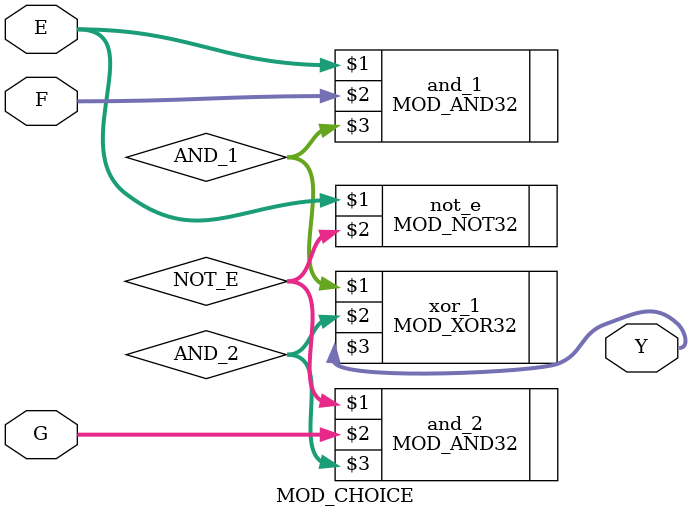
<source format=v>
`include "./src/verilog/MOD_XOR32.v"
`include "./src/verilog/MOD_AND32.v"
`include "./src/verilog/MOD_NOT32.v"

module MOD_CHOICE(
    input [0:31] E,
    input [0:31] F,
    input [0:31] G,
    output [0:31] Y
);

wire [0:31] AND_1;
wire [0:31] AND_2;
wire [0:31] NOT_E;
MOD_AND32 and_1(E,F,AND_1);
MOD_NOT32 not_e(E, NOT_E);
MOD_AND32 and_2(NOT_E, G, AND_2);
MOD_XOR32 xor_1(AND_1, AND_2, Y);



    
endmodule

</source>
